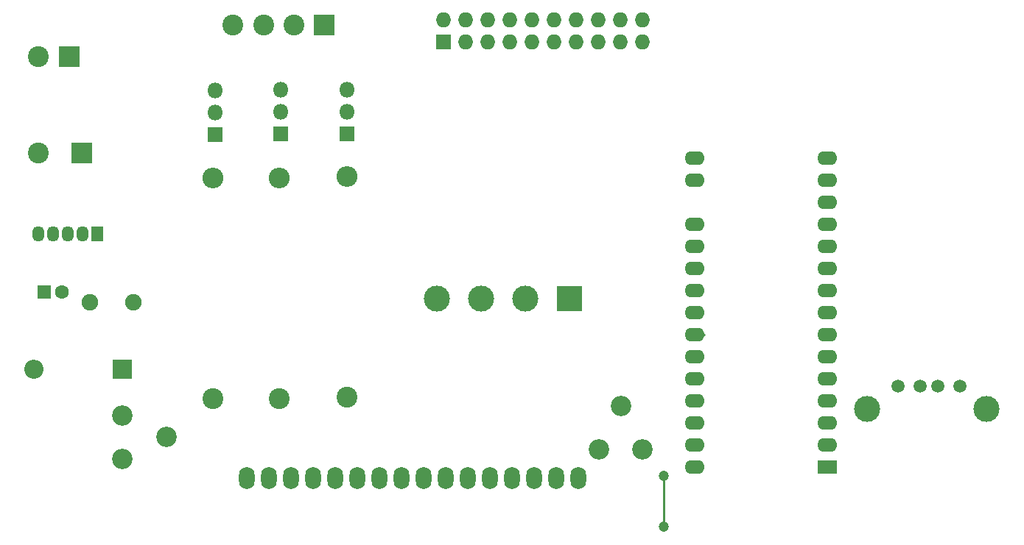
<source format=gbr>
G04 #@! TF.FileFunction,Copper,L1,Top,Mixed*
%FSLAX46Y46*%
G04 Gerber Fmt 4.6, Leading zero omitted, Abs format (unit mm)*
G04 Created by KiCad (PCBNEW 4.0.5) date 07/20/17 14:16:25*
%MOMM*%
%LPD*%
G01*
G04 APERTURE LIST*
%ADD10C,0.100000*%
%ADD11O,1.800000X2.600000*%
%ADD12R,1.727200X1.727200*%
%ADD13O,1.727200X1.727200*%
%ADD14R,2.200000X2.200000*%
%ADD15O,2.200000X2.200000*%
%ADD16C,2.340000*%
%ADD17R,2.286000X1.574800*%
%ADD18O,2.286000X1.574800*%
%ADD19R,2.400000X2.400000*%
%ADD20C,2.400000*%
%ADD21R,1.600000X1.600000*%
%ADD22C,1.600000*%
%ADD23C,1.899920*%
%ADD24C,1.500000*%
%ADD25C,3.000000*%
%ADD26R,3.000000X3.000000*%
%ADD27R,1.800000X1.800000*%
%ADD28O,1.800000X1.800000*%
%ADD29O,2.400000X2.400000*%
%ADD30R,1.350000X1.800000*%
%ADD31O,1.350000X1.800000*%
%ADD32C,1.200000*%
%ADD33C,1.000000*%
%ADD34C,0.250000*%
G04 APERTURE END LIST*
D10*
D11*
X82753200Y-78308200D03*
X80213200Y-78308200D03*
X77673200Y-78308200D03*
X75133200Y-78308200D03*
X72593200Y-78308200D03*
X70053200Y-78308200D03*
X67513200Y-78308200D03*
X64973200Y-78308200D03*
X62433200Y-78308200D03*
X59893200Y-78308200D03*
X57353200Y-78308200D03*
X54813200Y-78308200D03*
X52273200Y-78308200D03*
X49733200Y-78308200D03*
X47193200Y-78308200D03*
X44653200Y-78308200D03*
D12*
X67284600Y-28168600D03*
D13*
X67284600Y-25628600D03*
X69824600Y-28168600D03*
X69824600Y-25628600D03*
X72364600Y-28168600D03*
X72364600Y-25628600D03*
X74904600Y-28168600D03*
X74904600Y-25628600D03*
X77444600Y-28168600D03*
X77444600Y-25628600D03*
X79984600Y-28168600D03*
X79984600Y-25628600D03*
X82524600Y-28168600D03*
X82524600Y-25628600D03*
X85064600Y-28168600D03*
X85064600Y-25628600D03*
X87604600Y-28168600D03*
X87604600Y-25628600D03*
X90144600Y-28168600D03*
X90144600Y-25628600D03*
D14*
X30353000Y-65836800D03*
D15*
X20193000Y-65836800D03*
D16*
X30382200Y-71109200D03*
X35382200Y-73609200D03*
X30382200Y-76109200D03*
D17*
X111328200Y-77063600D03*
D18*
X111328200Y-74523600D03*
X111328200Y-71983600D03*
X111328200Y-69443600D03*
X111328200Y-66903600D03*
X111328200Y-64363600D03*
X111328200Y-61823600D03*
X111328200Y-59283600D03*
X111328200Y-56743600D03*
X111328200Y-54203600D03*
X111328200Y-51663600D03*
X111328200Y-49123600D03*
X111328200Y-46583600D03*
X111328200Y-44043600D03*
X111328200Y-41503600D03*
X96088200Y-41503600D03*
X96088200Y-44043600D03*
X96088200Y-49123600D03*
X96088200Y-51663600D03*
X96088200Y-54203600D03*
X96088200Y-56743600D03*
X96088200Y-59283600D03*
X96088200Y-61823600D03*
X96088200Y-64363600D03*
X96088200Y-66903600D03*
X96088200Y-69443600D03*
X96088200Y-71983600D03*
X96088200Y-74523600D03*
X96088200Y-77063600D03*
D19*
X25679400Y-40944800D03*
D20*
X20679400Y-40944800D03*
D21*
X21361400Y-56896000D03*
D22*
X23361400Y-56896000D03*
D20*
X20731600Y-29794200D03*
D19*
X24231600Y-29794200D03*
D20*
X46568600Y-26212800D03*
X43068600Y-26212800D03*
X50068600Y-26212800D03*
D19*
X53568600Y-26212800D03*
D23*
X26634440Y-58064400D03*
X31633160Y-58064400D03*
D24*
X126650000Y-67750000D03*
X124110000Y-67750000D03*
X122080000Y-67750000D03*
X119540000Y-67750000D03*
D25*
X129700000Y-70420000D03*
X115980000Y-70420000D03*
X76657200Y-57658000D03*
X71577200Y-57658000D03*
D26*
X81737200Y-57658000D03*
D25*
X66497200Y-57658000D03*
D27*
X56184800Y-38735000D03*
D28*
X56184800Y-36195000D03*
X56184800Y-33655000D03*
D27*
X48564800Y-38709600D03*
D28*
X48564800Y-36169600D03*
X48564800Y-33629600D03*
D27*
X41021000Y-38811200D03*
D28*
X41021000Y-36271200D03*
X41021000Y-33731200D03*
D20*
X56184800Y-69011800D03*
D29*
X56184800Y-43611800D03*
D20*
X48336200Y-69189600D03*
D29*
X48336200Y-43789600D03*
D20*
X40741600Y-69189600D03*
D29*
X40741600Y-43789600D03*
D16*
X85144600Y-75006200D03*
X87644600Y-70006200D03*
X90144600Y-75006200D03*
D30*
X27457400Y-50190400D03*
D31*
X25757400Y-50190400D03*
X24057400Y-50190400D03*
X22357400Y-50190400D03*
X20657400Y-50190400D03*
D32*
X92570000Y-83950000D03*
X92560000Y-78060000D03*
D33*
X24231600Y-29794200D02*
X24841200Y-29794200D01*
X20731600Y-40892600D02*
X20657400Y-40966800D01*
D34*
X30353000Y-65836800D02*
X30353000Y-65557400D01*
X92560000Y-78060000D02*
X92560000Y-83940000D01*
X92560000Y-83940000D02*
X92570000Y-83950000D01*
X80213200Y-78282971D02*
X80213200Y-78308200D01*
X96088200Y-61823600D02*
X97256600Y-61823600D01*
X96088200Y-56743600D02*
X96088200Y-56997600D01*
X96088200Y-54203600D02*
X96088200Y-54483000D01*
X96088200Y-51663600D02*
X96088200Y-51892200D01*
D33*
X48463200Y-36271200D02*
X48539400Y-36195000D01*
D34*
X111328200Y-74523600D02*
X110972600Y-74523600D01*
X111328200Y-71983600D02*
X111328200Y-71372385D01*
X111328200Y-69443600D02*
X110972600Y-69443600D01*
X110972600Y-66903600D02*
X111328200Y-66903600D01*
X111328200Y-56743600D02*
X110972600Y-56743600D01*
X111328200Y-54203600D02*
X111328200Y-53592385D01*
X111328200Y-51663600D02*
X110972600Y-51663600D01*
X110972600Y-46583600D02*
X111328200Y-46583600D01*
M02*

</source>
